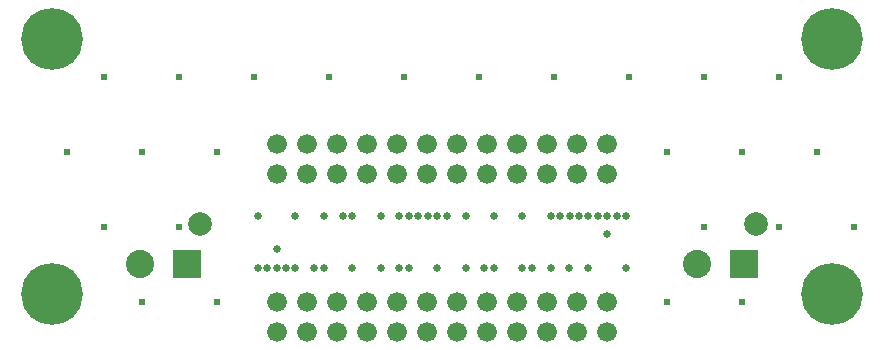
<source format=gbs>
G04*
G04 #@! TF.GenerationSoftware,Altium Limited,Altium Designer,24.0.1 (36)*
G04*
G04 Layer_Color=16711935*
%FSLAX44Y44*%
%MOMM*%
G71*
G04*
G04 #@! TF.SameCoordinates,FEA383FD-90B8-454F-AD33-5B4C9E3D299A*
G04*
G04*
G04 #@! TF.FilePolarity,Negative*
G04*
G01*
G75*
%ADD15C,2.0100*%
%ADD16R,2.3900X2.3900*%
%ADD17C,2.3900*%
%ADD18C,5.2300*%
%ADD19C,1.6740*%
%ADD20C,0.6072*%
%ADD37C,0.6556*%
D15*
X125100Y78450D02*
D03*
X596500D02*
D03*
D16*
X114300Y44450D02*
D03*
X585700D02*
D03*
D17*
X74700D02*
D03*
X546100D02*
D03*
D18*
X0Y234950D02*
D03*
X660400D02*
D03*
Y19050D02*
D03*
X0D02*
D03*
D19*
X190500Y-12700D02*
D03*
X215900D02*
D03*
X241300D02*
D03*
X266700D02*
D03*
X292100D02*
D03*
X317500D02*
D03*
X342900D02*
D03*
X368300D02*
D03*
X393700D02*
D03*
X419100D02*
D03*
X444500D02*
D03*
X469900D02*
D03*
X190500Y12700D02*
D03*
X215900D02*
D03*
X241300D02*
D03*
X266700D02*
D03*
X292100D02*
D03*
X317500D02*
D03*
X342900D02*
D03*
X368300D02*
D03*
X393700D02*
D03*
X419100D02*
D03*
X444500D02*
D03*
X469900D02*
D03*
X190500Y120650D02*
D03*
X215900D02*
D03*
X241300D02*
D03*
X266700D02*
D03*
X292100D02*
D03*
X317500D02*
D03*
X342900D02*
D03*
X368300D02*
D03*
X393700D02*
D03*
X419100D02*
D03*
X444500D02*
D03*
X469900D02*
D03*
X190500Y146050D02*
D03*
X215900D02*
D03*
X241300D02*
D03*
X266700D02*
D03*
X292100D02*
D03*
X317500D02*
D03*
X342900D02*
D03*
X368300D02*
D03*
X393700D02*
D03*
X419100D02*
D03*
X444500D02*
D03*
X469900D02*
D03*
D20*
X647700Y139700D02*
D03*
X679450Y76200D02*
D03*
X615950Y203200D02*
D03*
X584200Y139700D02*
D03*
X615950Y76200D02*
D03*
X584200Y12700D02*
D03*
X552450Y203200D02*
D03*
X520700Y139700D02*
D03*
X552450Y76200D02*
D03*
X520700Y12700D02*
D03*
X488950Y203200D02*
D03*
X425450D02*
D03*
X361950D02*
D03*
X298450D02*
D03*
X234950D02*
D03*
X171450D02*
D03*
X139700Y139700D02*
D03*
Y12700D02*
D03*
X107950Y203200D02*
D03*
X76200Y139700D02*
D03*
X107950Y76200D02*
D03*
X76200Y12700D02*
D03*
X44450Y203200D02*
D03*
X12700Y139700D02*
D03*
X44450Y76200D02*
D03*
D37*
X222200Y41500D02*
D03*
X350200D02*
D03*
X206200D02*
D03*
X190200D02*
D03*
X278200D02*
D03*
X302200D02*
D03*
X182200D02*
D03*
X326200D02*
D03*
X294200D02*
D03*
X254200D02*
D03*
X174200D02*
D03*
X230200D02*
D03*
X198200D02*
D03*
X366200D02*
D03*
X374200D02*
D03*
X438200D02*
D03*
X406200D02*
D03*
X422200D02*
D03*
X398024Y41675D02*
D03*
X486200Y41500D02*
D03*
X454200D02*
D03*
X278200Y85500D02*
D03*
X246200D02*
D03*
X350200D02*
D03*
X302200D02*
D03*
X334200D02*
D03*
X454200D02*
D03*
X254200D02*
D03*
X422200D02*
D03*
X438376Y85324D02*
D03*
X462200Y85500D02*
D03*
X430200D02*
D03*
X398200D02*
D03*
X374200D02*
D03*
X326200D02*
D03*
X294200D02*
D03*
X310200D02*
D03*
X318200D02*
D03*
X446200D02*
D03*
X470200D02*
D03*
X486200D02*
D03*
X478200D02*
D03*
X230200D02*
D03*
X206200D02*
D03*
X174200D02*
D03*
X190200Y57200D02*
D03*
X470200Y70200D02*
D03*
M02*

</source>
